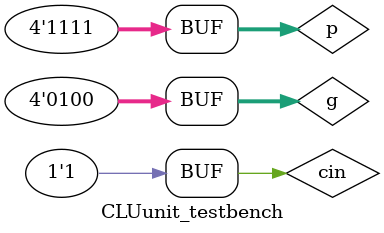
<source format=v>
`timescale 1ns / 1ps

module CLUunit(p,g,cin,c);
input [3:0] p,g;
input cin;
output [3:0] c;
//assign the 4 carries to c0,c1,c2,c3
assign c[0]=(g[0]|(p[0]&cin));
assign c[1]=(g[1]|(p[1]&g[0])|(p[1]&p[0]&cin));
assign c[2]=(g[2]|(p[2]&g[1])|(p[2]&p[1]&g[0])|(p[2]&p[1]&p[0]&cin));
assign c[3] = (g[3]|(p[3]&g[2])|(p[3]&p[2]&g[1])|(p[3]&p[2]&p[1]&p[0]&cin));
endmodule
//testbench forCLU
module CLUunit_testbench;

	// Inputs
	reg [3:0] p;
	reg [3:0] g;
	reg cin;

	// Outputs
	wire [3:0] c;

	// Instantiate the Unit Under Test (UUT)
	CLUunit uut (
		.p(p), 
		.g(g), 
		.cin(cin), 
		.c(c)
	);

	initial begin
		// Initialize Inputs
		p = 4'b1001;
		g = 4'b0101;
		cin = 0;

		// Wait 100 ns for global reset to finish
		#100;
        
		// Add stimulus here

	end
	CLUunit c1(p,g,cin,c);
	always @ *
	begin
	$monitor("\tp=%b\tg=%b\tcin=%b\tc=%b\t",p,g,cin,c);
	#20
	begin
		p=4'b1000;
		g=4'b0100;
		cin=0;
	end
	#20
	begin
		p=4'b1000;
		g=4'b0100;
		cin=1;
	end
	#20
	begin
		p=4'b1000;
		g=4'b0101;
		cin=0;
	end
	#20
	begin
		p=4'b1111;
		g=4'b0100;
		cin=1;
	end
	end
endmodule

</source>
